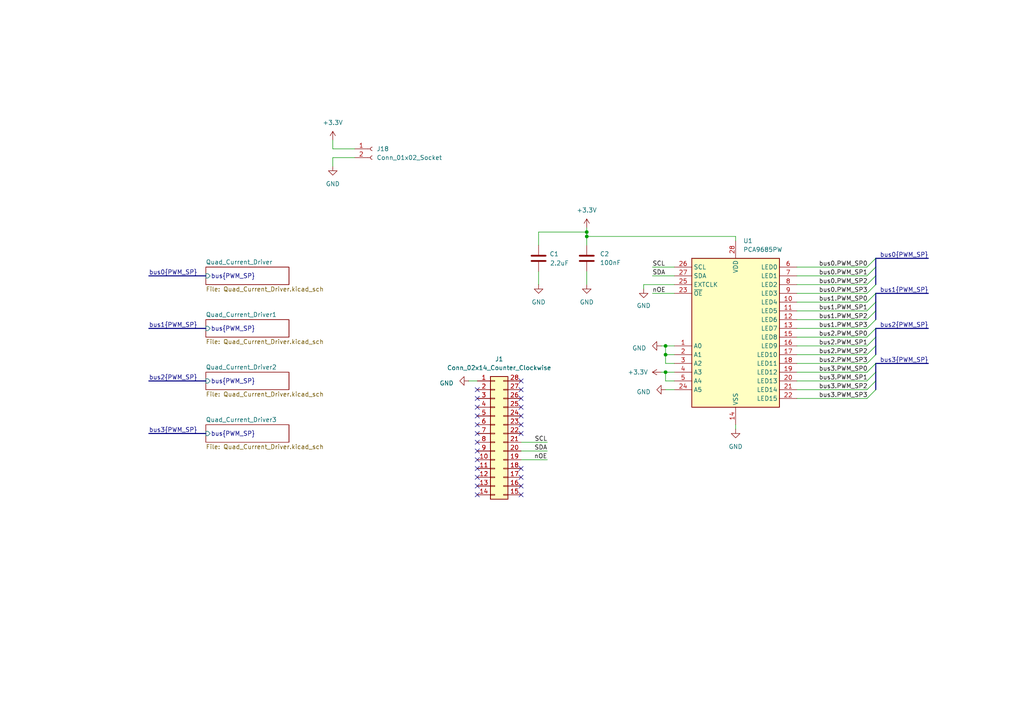
<source format=kicad_sch>
(kicad_sch (version 20231120) (generator "eeschema") (generator_version "8.0")
  (paper "A4")
  (lib_symbols
    (symbol "Connector:Conn_01x02_Socket" (pin_names (offset 1.016) hide)
      (property "Reference" "J" (at 0 2.54 0))
      (property "Value" "Conn_01x02_Socket" (at 0 -5.08 0))
      (symbol "Conn_01x02_Socket_1_1"
        (arc (start 0 -2.032) (mid -0.5058 -2.54) (end 0 -3.048) (stroke (width 0.1524)))
        (polyline (pts (xy -1.27 -2.54) (xy -0.508 -2.54)) (stroke (width 0.1524)))
        (polyline (pts (xy -1.27 0) (xy -0.508 0)) (stroke (width 0.1524)))
        (arc (start 0 0.508) (mid -0.5058 0) (end 0 -0.508) (stroke (width 0.1524)))
        (pin passive line (at -5.08 0 0) (length 3.81) (name "Pin_1") (number "1"))
        (pin passive line (at -5.08 -2.54 0) (length 3.81) (name "Pin_2") (number "2"))
      )
    )
    (symbol "Connector_Generic:Conn_02x14_Counter_Clockwise" (pin_names (offset 1.016) hide)
      (property "Reference" "J" (at 1.27 17.78 0))
      (property "Value" "Conn_02x14_Counter_Clockwise" (at 1.27 -20.32 0))
      (symbol "Conn_02x14_Counter_Clockwise_1_1"
        (rectangle (start -1.27 -17.653) (end 0 -17.907) (stroke (width 0.1524)))
        (rectangle (start -1.27 -15.113) (end 0 -15.367) (stroke (width 0.1524)))
        (rectangle (start -1.27 -12.573) (end 0 -12.827) (stroke (width 0.1524)))
        (rectangle (start -1.27 -10.033) (end 0 -10.287) (stroke (width 0.1524)))
        (rectangle (start -1.27 -7.493) (end 0 -7.747) (stroke (width 0.1524)))
        (rectangle (start -1.27 -4.953) (end 0 -5.207) (stroke (width 0.1524)))
        (rectangle (start -1.27 -2.413) (end 0 -2.667) (stroke (width 0.1524)))
        (rectangle (start -1.27 0.127) (end 0 -0.127) (stroke (width 0.1524)))
        (rectangle (start -1.27 2.667) (end 0 2.413) (stroke (width 0.1524)))
        (rectangle (start -1.27 5.207) (end 0 4.953) (stroke (width 0.1524)))
        (rectangle (start -1.27 7.747) (end 0 7.493) (stroke (width 0.1524)))
        (rectangle (start -1.27 10.287) (end 0 10.033) (stroke (width 0.1524)))
        (rectangle (start -1.27 12.827) (end 0 12.573) (stroke (width 0.1524)))
        (rectangle (start -1.27 15.367) (end 0 15.113) (stroke (width 0.1524)))
        (rectangle (start -1.27 16.51) (end 3.81 -19.05) (stroke (width 0.254)) (fill (type background)))
        (rectangle (start 3.81 -17.653) (end 2.54 -17.907) (stroke (width 0.1524)))
        (rectangle (start 3.81 -15.113) (end 2.54 -15.367) (stroke (width 0.1524)))
        (rectangle (start 3.81 -12.573) (end 2.54 -12.827) (stroke (width 0.1524)))
        (rectangle (start 3.81 -10.033) (end 2.54 -10.287) (stroke (width 0.1524)))
        (rectangle (start 3.81 -7.493) (end 2.54 -7.747) (stroke (width 0.1524)))
        (rectangle (start 3.81 -4.953) (end 2.54 -5.207) (stroke (width 0.1524)))
        (rectangle (start 3.81 -2.413) (end 2.54 -2.667) (stroke (width 0.1524)))
        (rectangle (start 3.81 0.127) (end 2.54 -0.127) (stroke (width 0.1524)))
        (rectangle (start 3.81 2.667) (end 2.54 2.413) (stroke (width 0.1524)))
        (rectangle (start 3.81 5.207) (end 2.54 4.953) (stroke (width 0.1524)))
        (rectangle (start 3.81 7.747) (end 2.54 7.493) (stroke (width 0.1524)))
        (rectangle (start 3.81 10.287) (end 2.54 10.033) (stroke (width 0.1524)))
        (rectangle (start 3.81 12.827) (end 2.54 12.573) (stroke (width 0.1524)))
        (rectangle (start 3.81 15.367) (end 2.54 15.113) (stroke (width 0.1524)))
        (pin passive line (at -5.08 15.24 0) (length 3.81) (name "Pin_1") (number "1"))
        (pin passive line (at -5.08 -7.62 0) (length 3.81) (name "Pin_10") (number "10"))
        (pin passive line (at -5.08 -10.16 0) (length 3.81) (name "Pin_11") (number "11"))
        (pin passive line (at -5.08 -12.7 0) (length 3.81) (name "Pin_12") (number "12"))
        (pin passive line (at -5.08 -15.24 0) (length 3.81) (name "Pin_13") (number "13"))
        (pin passive line (at -5.08 -17.78 0) (length 3.81) (name "Pin_14") (number "14"))
        (pin passive line (at 7.62 -17.78 180) (length 3.81) (name "Pin_15") (number "15"))
        (pin passive line (at 7.62 -15.24 180) (length 3.81) (name "Pin_16") (number "16"))
        (pin passive line (at 7.62 -12.7 180) (length 3.81) (name "Pin_17") (number "17"))
        (pin passive line (at 7.62 -10.16 180) (length 3.81) (name "Pin_18") (number "18"))
        (pin passive line (at 7.62 -7.62 180) (length 3.81) (name "Pin_19") (number "19"))
        (pin passive line (at -5.08 12.7 0) (length 3.81) (name "Pin_2") (number "2"))
        (pin passive line (at 7.62 -5.08 180) (length 3.81) (name "Pin_20") (number "20"))
        (pin passive line (at 7.62 -2.54 180) (length 3.81) (name "Pin_21") (number "21"))
        (pin passive line (at 7.62 0 180) (length 3.81) (name "Pin_22") (number "22"))
        (pin passive line (at 7.62 2.54 180) (length 3.81) (name "Pin_23") (number "23"))
        (pin passive line (at 7.62 5.08 180) (length 3.81) (name "Pin_24") (number "24"))
        (pin passive line (at 7.62 7.62 180) (length 3.81) (name "Pin_25") (number "25"))
        (pin passive line (at 7.62 10.16 180) (length 3.81) (name "Pin_26") (number "26"))
        (pin passive line (at 7.62 12.7 180) (length 3.81) (name "Pin_27") (number "27"))
        (pin passive line (at 7.62 15.24 180) (length 3.81) (name "Pin_28") (number "28"))
        (pin passive line (at -5.08 10.16 0) (length 3.81) (name "Pin_3") (number "3"))
        (pin passive line (at -5.08 7.62 0) (length 3.81) (name "Pin_4") (number "4"))
        (pin passive line (at -5.08 5.08 0) (length 3.81) (name "Pin_5") (number "5"))
        (pin passive line (at -5.08 2.54 0) (length 3.81) (name "Pin_6") (number "6"))
        (pin passive line (at -5.08 0 0) (length 3.81) (name "Pin_7") (number "7"))
        (pin passive line (at -5.08 -2.54 0) (length 3.81) (name "Pin_8") (number "8"))
        (pin passive line (at -5.08 -5.08 0) (length 3.81) (name "Pin_9") (number "9"))
      )
    )
    (symbol "Device:C" (pin_numbers hide) (pin_names (offset 0.254))
      (property "Reference" "C" (at 0.635 2.54 0))
      (property "Value" "C" (at 0.635 -2.54 0))
      (symbol "C_0_1"
        (polyline (pts (xy -2.032 -0.762) (xy 2.032 -0.762)) (stroke (width 0.508)))
        (polyline (pts (xy -2.032 0.762) (xy 2.032 0.762)) (stroke (width 0.508)))
      )
      (symbol "C_1_1"
        (pin passive line (at 0 3.81 270) (length 2.794) (name "~") (number "1"))
        (pin passive line (at 0 -3.81 90) (length 2.794) (name "~") (number "2"))
      )
    )
    (symbol "Driver_LED:PCA9685PW"
      (property "Reference" "U" (at -12.7 22.225 0))
      (property "Value" "PCA9685PW" (at 1.27 22.225 0))
      (symbol "PCA9685PW_0_1"
        (rectangle (start -12.7 20.32) (end 12.7 -22.86) (stroke (width 0.254)) (fill (type background)))
      )
      (symbol "PCA9685PW_1_1"
        (pin input line (at -17.78 -5.08 0) (length 5.08) (name "A0") (number "1"))
        (pin output line (at 17.78 7.62 180) (length 5.08) (name "LED4") (number "10"))
        (pin output line (at 17.78 5.08 180) (length 5.08) (name "LED5") (number "11"))
        (pin output line (at 17.78 2.54 180) (length 5.08) (name "LED6") (number "12"))
        (pin output line (at 17.78 0 180) (length 5.08) (name "LED7") (number "13"))
        (pin power_in line (at 0 -27.94 90) (length 5.08) (name "VSS") (number "14"))
        (pin output line (at 17.78 -2.54 180) (length 5.08) (name "LED8") (number "15"))
        (pin output line (at 17.78 -5.08 180) (length 5.08) (name "LED9") (number "16"))
        (pin output line (at 17.78 -7.62 180) (length 5.08) (name "LED10") (number "17"))
        (pin output line (at 17.78 -10.16 180) (length 5.08) (name "LED11") (number "18"))
        (pin output line (at 17.78 -12.7 180) (length 5.08) (name "LED12") (number "19"))
        (pin input line (at -17.78 -7.62 0) (length 5.08) (name "A1") (number "2"))
        (pin output line (at 17.78 -15.24 180) (length 5.08) (name "LED13") (number "20"))
        (pin output line (at 17.78 -17.78 180) (length 5.08) (name "LED14") (number "21"))
        (pin output line (at 17.78 -20.32 180) (length 5.08) (name "LED15") (number "22"))
        (pin input line (at -17.78 10.16 0) (length 5.08) (name "~{OE}") (number "23"))
        (pin input line (at -17.78 -17.78 0) (length 5.08) (name "A5") (number "24"))
        (pin input line (at -17.78 12.7 0) (length 5.08) (name "EXTCLK") (number "25"))
        (pin input line (at -17.78 17.78 0) (length 5.08) (name "SCL") (number "26"))
        (pin bidirectional line (at -17.78 15.24 0) (length 5.08) (name "SDA") (number "27"))
        (pin power_in line (at 0 25.4 270) (length 5.08) (name "VDD") (number "28"))
        (pin input line (at -17.78 -10.16 0) (length 5.08) (name "A2") (number "3"))
        (pin input line (at -17.78 -12.7 0) (length 5.08) (name "A3") (number "4"))
        (pin input line (at -17.78 -15.24 0) (length 5.08) (name "A4") (number "5"))
        (pin output line (at 17.78 17.78 180) (length 5.08) (name "LED0") (number "6"))
        (pin output line (at 17.78 15.24 180) (length 5.08) (name "LED1") (number "7"))
        (pin output line (at 17.78 12.7 180) (length 5.08) (name "LED2") (number "8"))
        (pin output line (at 17.78 10.16 180) (length 5.08) (name "LED3") (number "9"))
      )
    )
    (symbol "power:+3.3V" (power) (pin_numbers hide) (pin_names (offset 0) hide)
      (property "Value" "+3.3V" (at 0 3.556 0))
      (symbol "+3.3V_0_1"
        (polyline (pts (xy -0.762 1.27) (xy 0 2.54)))
        (polyline (pts (xy 0 0) (xy 0 2.54)))
        (polyline (pts (xy 0 2.54) (xy 0.762 1.27)))
      )
      (symbol "+3.3V_1_1"
        (pin power_in line (at 0 0 90) (length 0) (name "~") (number "1"))
      )
    )
    (symbol "power:GND" (power) (pin_numbers hide) (pin_names (offset 0) hide)
      (property "Value" "GND" (at 0 -3.81 0))
      (symbol "GND_0_1"
        (polyline (pts (xy 0 0) (xy 0 -1.27) (xy 1.27 -1.27) (xy 0 -2.54) (xy -1.27 -1.27) (xy 0 -1.27)))
      )
      (symbol "GND_1_1"
        (pin power_in line (at 0 0 270) (length 0) (name "~") (number "1"))
      )
    )
  )
  (bus_alias "PWM_SP" (members "PWM_SP0" "PWM_SP1" "PWM_SP2" "PWM_SP3"))
  (junction (at 193.04 100.33))
  (junction (at 170.18 68.58))
  (junction (at 193.04 102.87))
  (junction (at 170.18 67.31))
  (junction (at 193.04 107.95))
  (no_connect (at 151.13 115.57))
  (no_connect (at 138.43 128.27))
  (no_connect (at 138.43 138.43))
  (no_connect (at 138.43 140.97))
  (no_connect (at 138.43 115.57))
  (no_connect (at 138.43 143.51))
  (no_connect (at 151.13 138.43))
  (no_connect (at 138.43 120.65))
  (no_connect (at 138.43 113.03))
  (no_connect (at 151.13 140.97))
  (no_connect (at 138.43 133.35))
  (no_connect (at 138.43 123.19))
  (no_connect (at 138.43 125.73))
  (no_connect (at 151.13 118.11))
  (no_connect (at 151.13 110.49))
  (no_connect (at 151.13 113.03))
  (no_connect (at 151.13 125.73))
  (no_connect (at 138.43 118.11))
  (no_connect (at 151.13 135.89))
  (no_connect (at 151.13 120.65))
  (no_connect (at 151.13 143.51))
  (no_connect (at 151.13 123.19))
  (no_connect (at 138.43 130.81))
  (no_connect (at 138.43 135.89))
  (bus_entry (at 254 97.79) (size -2.54 2.54))
  (bus_entry (at 254 90.17) (size -2.54 2.54))
  (bus_entry (at 254 105.41) (size -2.54 2.54))
  (bus_entry (at 254 100.33) (size -2.54 2.54))
  (bus_entry (at 254 85.09) (size -2.54 2.54))
  (bus_entry (at 254 107.95) (size -2.54 2.54))
  (bus_entry (at 254 82.55) (size -2.54 2.54))
  (bus_entry (at 254 87.63) (size -2.54 2.54))
  (bus_entry (at 254 77.47) (size -2.54 2.54))
  (bus_entry (at 254 110.49) (size -2.54 2.54))
  (bus_entry (at 254 102.87) (size -2.54 2.54))
  (bus_entry (at 254 95.25) (size -2.54 2.54))
  (bus_entry (at 254 92.71) (size -2.54 2.54))
  (bus_entry (at 254 113.03) (size -2.54 2.54))
  (bus_entry (at 254 74.93) (size -2.54 2.54))
  (bus_entry (at 254 80.01) (size -2.54 2.54))
  (wire (pts (xy 193.04 113.03) (xy 195.58 113.03)))
  (wire (pts (xy 231.14 107.95) (xy 251.46 107.95)))
  (bus (pts (xy 43.18 110.49) (xy 59.69 110.49)))
  (bus (pts (xy 254 95.25) (xy 254 97.79)))
  (bus (pts (xy 254 80.01) (xy 254 82.55)))
  (wire (pts (xy 193.04 107.95) (xy 195.58 107.95)))
  (wire (pts (xy 135.89 110.49) (xy 138.43 110.49)))
  (bus (pts (xy 254 110.49) (xy 254 113.03)))
  (wire (pts (xy 231.14 110.49) (xy 251.46 110.49)))
  (bus (pts (xy 269.24 105.41) (xy 254 105.41)))
  (wire (pts (xy 151.13 128.27) (xy 158.75 128.27)))
  (wire (pts (xy 170.18 66.04) (xy 170.18 67.31)))
  (wire (pts (xy 231.14 87.63) (xy 251.46 87.63)))
  (wire (pts (xy 170.18 78.74) (xy 170.18 82.55)))
  (wire (pts (xy 170.18 67.31) (xy 170.18 68.58)))
  (bus (pts (xy 269.24 95.25) (xy 254 95.25)))
  (wire (pts (xy 191.77 100.33) (xy 193.04 100.33)))
  (wire (pts (xy 151.13 133.35) (xy 158.75 133.35)))
  (wire (pts (xy 195.58 110.49) (xy 193.04 110.49)))
  (wire (pts (xy 170.18 68.58) (xy 213.36 68.58)))
  (bus (pts (xy 254 87.63) (xy 254 90.17)))
  (wire (pts (xy 170.18 68.58) (xy 170.18 71.12)))
  (wire (pts (xy 189.23 77.47) (xy 195.58 77.47)))
  (wire (pts (xy 231.14 102.87) (xy 251.46 102.87)))
  (wire (pts (xy 231.14 100.33) (xy 251.46 100.33)))
  (wire (pts (xy 156.21 78.74) (xy 156.21 82.55)))
  (wire (pts (xy 195.58 105.41) (xy 193.04 105.41)))
  (bus (pts (xy 254 74.93) (xy 254 77.47)))
  (wire (pts (xy 231.14 77.47) (xy 251.46 77.47)))
  (wire (pts (xy 213.36 123.19) (xy 213.36 124.46)))
  (wire (pts (xy 186.69 82.55) (xy 186.69 83.82)))
  (wire (pts (xy 231.14 80.01) (xy 251.46 80.01)))
  (wire (pts (xy 231.14 115.57) (xy 251.46 115.57)))
  (wire (pts (xy 170.18 67.31) (xy 156.21 67.31)))
  (wire (pts (xy 231.14 105.41) (xy 251.46 105.41)))
  (wire (pts (xy 191.77 107.95) (xy 193.04 107.95)))
  (bus (pts (xy 254 90.17) (xy 254 92.71)))
  (wire (pts (xy 96.52 43.18) (xy 96.52 40.64)))
  (wire (pts (xy 102.87 43.18) (xy 96.52 43.18)))
  (wire (pts (xy 231.14 97.79) (xy 251.46 97.79)))
  (bus (pts (xy 43.18 125.73) (xy 59.69 125.73)))
  (wire (pts (xy 151.13 130.81) (xy 158.75 130.81)))
  (bus (pts (xy 254 77.47) (xy 254 80.01)))
  (wire (pts (xy 193.04 102.87) (xy 193.04 100.33)))
  (wire (pts (xy 231.14 90.17) (xy 251.46 90.17)))
  (wire (pts (xy 231.14 113.03) (xy 251.46 113.03)))
  (wire (pts (xy 195.58 102.87) (xy 193.04 102.87)))
  (wire (pts (xy 231.14 92.71) (xy 251.46 92.71)))
  (wire (pts (xy 193.04 110.49) (xy 193.04 107.95)))
  (wire (pts (xy 189.23 85.09) (xy 195.58 85.09)))
  (bus (pts (xy 269.24 74.93) (xy 254 74.93)))
  (bus (pts (xy 254 85.09) (xy 254 87.63)))
  (wire (pts (xy 96.52 45.72) (xy 96.52 48.26)))
  (wire (pts (xy 231.14 85.09) (xy 251.46 85.09)))
  (wire (pts (xy 193.04 100.33) (xy 195.58 100.33)))
  (bus (pts (xy 254 107.95) (xy 254 110.49)))
  (wire (pts (xy 231.14 82.55) (xy 251.46 82.55)))
  (bus (pts (xy 43.18 95.25) (xy 59.69 95.25)))
  (wire (pts (xy 231.14 95.25) (xy 251.46 95.25)))
  (bus (pts (xy 254 105.41) (xy 254 107.95)))
  (wire (pts (xy 195.58 82.55) (xy 186.69 82.55)))
  (bus (pts (xy 254 100.33) (xy 254 102.87)))
  (wire (pts (xy 189.23 80.01) (xy 195.58 80.01)))
  (wire (pts (xy 193.04 105.41) (xy 193.04 102.87)))
  (wire (pts (xy 156.21 67.31) (xy 156.21 71.12)))
  (bus (pts (xy 269.24 85.09) (xy 254 85.09)))
  (bus (pts (xy 254 97.79) (xy 254 100.33)))
  (bus (pts (xy 43.18 80.01) (xy 59.69 80.01)))
  (wire (pts (xy 213.36 68.58) (xy 213.36 69.85)))
  (wire (pts (xy 102.87 45.72) (xy 96.52 45.72)))
  (label "bus1.PWM_SP2" (at 237.49 92.71 0))
  (label "bus2.PWM_SP1" (at 237.49 100.33 0))
  (label "SCL" (at 189.23 77.47 0))
  (label "bus0.PWM_SP2" (at 237.49 82.55 0))
  (label "bus2.PWM_SP0" (at 237.49 97.79 0))
  (label "nOE" (at 189.23 85.09 0))
  (label "bus1.PWM_SP0" (at 237.49 87.63 0))
  (label "SDA" (at 189.23 80.01 0))
  (label "bus0.PWM_SP1" (at 237.49 80.01 0))
  (label "bus1.PWM_SP3" (at 237.49 95.25 0))
  (label "bus0{PWM_SP}" (at 269.24 74.93 180))
  (label "nOE" (at 158.75 133.35 180))
  (label "bus3.PWM_SP0" (at 237.49 107.95 0))
  (label "bus0{PWM_SP}" (at 43.18 80.01 0))
  (label "bus2.PWM_SP3" (at 237.49 105.41 0))
  (label "bus0.PWM_SP0" (at 237.49 77.47 0))
  (label "bus1{PWM_SP}" (at 43.18 95.25 0))
  (label "bus3{PWM_SP}" (at 43.18 125.73 0))
  (label "bus1.PWM_SP1" (at 237.49 90.17 0))
  (label "bus2{PWM_SP}" (at 269.24 95.25 180))
  (label "SCL" (at 158.75 128.27 180))
  (label "bus3.PWM_SP3" (at 237.49 115.57 0))
  (label "bus2{PWM_SP}" (at 43.18 110.49 0))
  (label "bus2.PWM_SP2" (at 237.49 102.87 0))
  (label "bus3{PWM_SP}" (at 269.24 105.41 180))
  (label "SDA" (at 158.75 130.81 180))
  (label "bus3.PWM_SP2" (at 237.49 113.03 0))
  (label "bus0.PWM_SP3" (at 237.49 85.09 0))
  (label "bus3.PWM_SP1" (at 237.49 110.49 0))
  (label "bus1{PWM_SP}" (at 269.24 85.09 180))
  (symbol (lib_id "power:GND") (at 191.77 100.33 270) (unit 1)
    (property "Reference" "#PWR06" (effects (hide yes)))
    (property "Value" "GND" (at 187.452 100.965 90) (effects (justify right)))
  )
  (symbol (lib_id "Device:C") (at 156.21 74.93 0) (unit 1)
    (property "Reference" "C1" (at 159.385 73.66 0) (effects (justify left)))
    (property "Value" "2.2uF" (at 159.512 76.327 0) (effects (justify left)))
    (property "Footprint" "Capacitor_SMD:C_0805_2012Metric" (effects (hide yes)))
  )
  (symbol (lib_id "Connector_Generic:Conn_02x14_Counter_Clockwise") (at 143.51 125.73 0) (unit 1)
    (property "Reference" "J1" (at 144.78 104.14 0))
    (property "Value" "Conn_02x14_Counter_Clockwise" (at 144.78 106.68 0))
    (property "Footprint" "ap_built:Teensy_4_0" (effects (hide yes)))
    (property "Description" "Generic connector, double row, 02x14, counter clockwise pin numbering scheme (similar to DIP package numbering), script generated (kicad-library-utils/schlib/autogen/connector/)" (effects (hide yes)))
  )
  (symbol (lib_id "power:GND") (at 96.52 48.26 0) (unit 1)
    (property "Reference" "#PWR028" (effects (hide yes)))
    (property "Value" "GND" (at 96.52 53.34 0))
  )
  (symbol (lib_id "power:+3.3V") (at 170.18 66.04 0) (unit 1)
    (property "Reference" "#PWR082" (effects (hide yes)))
    (property "Value" "+3.3V" (at 170.18 60.96 0))
    (property "Description" "Power symbol creates a global label with name \"+3.3V\"" (effects (hide yes)))
  )
  (symbol (lib_id "power:+3.3V") (at 96.52 40.64 0) (unit 1)
    (property "Reference" "#PWR046" (effects (hide yes)))
    (property "Value" "+3.3V" (at 96.52 35.56 0))
    (property "Description" "Power symbol creates a global label with name \"+3.3V\"" (effects (hide yes)))
  )
  (symbol (lib_id "Driver_LED:PCA9685PW") (at 213.36 95.25 0) (unit 1)
    (property "Reference" "U1" (at 215.5541 69.85 0) (effects (justify left)))
    (property "Value" "PCA9685PW" (at 215.5541 72.39 0) (effects (justify left)))
    (property "Footprint" "Package_SO:TSSOP-28_4.4x9.7mm_P0.65mm" (effects (hide yes)))
    (property "Datasheet" "http://www.nxp.com/docs/en/data-sheet/PCA9685.pdf" (effects (hide yes)))
    (property "Description" "16-channel 12-bit PWM Fm+ I2C-bus LED controller RGBA TSSOP" (effects (hide yes)))
  )
  (symbol (lib_id "power:GND") (at 135.89 110.49 270) (unit 1)
    (property "Reference" "#PWR01" (effects (hide yes)))
    (property "Value" "GND" (at 131.572 111.125 90) (effects (justify right)))
  )
  (symbol (lib_id "power:GND") (at 156.21 82.55 0) (unit 1)
    (property "Reference" "#PWR02" (effects (hide yes)))
    (property "Value" "GND" (at 156.21 87.63 0))
  )
  (symbol (lib_id "power:GND") (at 186.69 83.82 0) (unit 1)
    (property "Reference" "#PWR05" (effects (hide yes)))
    (property "Value" "GND" (at 186.69 88.646 0))
  )
  (symbol (lib_id "Connector:Conn_01x02_Socket") (at 107.95 43.18 0) (unit 1)
    (property "Reference" "J18" (at 109.22 43.1799 0) (effects (justify left)))
    (property "Value" "Conn_01x02_Socket" (at 109.22 45.7199 0) (effects (justify left)))
    (property "Footprint" "ap_built:SMA_MHs" (effects (hide yes)))
    (property "Description" "Generic connector, single row, 01x02, script generated" (effects (hide yes)))
  )
  (symbol (lib_id "Device:C") (at 170.18 74.93 0) (unit 1)
    (property "Reference" "C2" (at 173.99 73.66 0) (effects (justify left)))
    (property "Value" "100nF" (at 173.99 76.2 0) (effects (justify left)))
    (property "Footprint" "Capacitor_SMD:C_0603_1608Metric" (effects (hide yes)))
  )
  (symbol (lib_id "power:+3.3V") (at 191.77 107.95 90) (unit 1)
    (property "Reference" "#PWR03" (effects (hide yes)))
    (property "Value" "+3.3V" (at 187.96 107.9499 90) (effects (justify left)))
    (property "Description" "Power symbol creates a global label with name \"+3.3V\"" (effects (hide yes)))
  )
  (symbol (lib_id "power:GND") (at 213.36 124.46 0) (unit 1)
    (property "Reference" "#PWR09" (effects (hide yes)))
    (property "Value" "GND" (at 213.36 129.54 0))
  )
  (symbol (lib_id "power:GND") (at 170.18 82.55 0) (unit 1)
    (property "Reference" "#PWR04" (effects (hide yes)))
    (property "Value" "GND" (at 170.18 87.63 0))
  )
  (symbol (lib_id "power:GND") (at 193.04 113.03 270) (unit 1)
    (property "Reference" "#PWR08" (effects (hide yes)))
    (property "Value" "GND" (at 188.722 113.665 90) (effects (justify right)))
  )
  (sheet (at 59.69 92.71) (size 24.13 5.08) (stroke (width 0.1524))
    (property "Sheetname" "Quad_Current_Driver1" (at 59.69 91.9984 0) (effects (justify left bottom)))
    (property "Sheetfile" "Quad_Current_Driver.kicad_sch" (at 59.69 98.3746 0) (effects (justify left top)))
    (pin "bus{PWM_SP}" input (at 59.69 95.25 180))
  )
  (sheet (at 59.69 123.19) (size 24.13 5.08) (stroke (width 0.1524))
    (property "Sheetname" "Quad_Current_Driver3" (at 59.69 122.4784 0) (effects (justify left bottom)))
    (property "Sheetfile" "Quad_Current_Driver.kicad_sch" (at 59.69 128.8546 0) (effects (justify left top)))
    (pin "bus{PWM_SP}" input (at 59.69 125.73 180))
  )
  (sheet (at 59.69 107.95) (size 24.13 5.08) (stroke (width 0.1524))
    (property "Sheetname" "Quad_Current_Driver2" (at 59.69 107.2384 0) (effects (justify left bottom)))
    (property "Sheetfile" "Quad_Current_Driver.kicad_sch" (at 59.69 113.6146 0) (effects (justify left top)))
    (pin "bus{PWM_SP}" input (at 59.69 110.49 180))
  )
  (sheet (at 59.69 77.47) (size 24.13 5.08) (stroke (width 0.1524))
    (property "Sheetname" "Quad_Current_Driver" (at 59.69 76.7584 0) (effects (justify left bottom)))
    (property "Sheetfile" "Quad_Current_Driver.kicad_sch" (at 59.69 83.1346 0) (effects (justify left top)))
    (pin "bus{PWM_SP}" input (at 59.69 80.01 180))
  )
)
</source>
